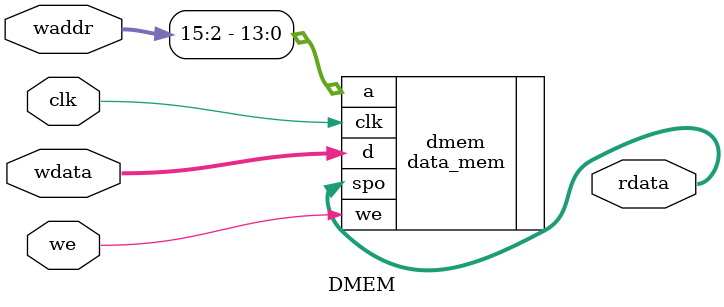
<source format=v>
`timescale 1ns / 1ps


module DMEM(
    input clk,
    input wire [31:0] waddr,
    input wire we,
    input wire [31:0] wdata,

    output wire [31:0] rdata
    );
    
    // wire [31:0] waddr_tmp = waddr - 16'h4000;

    // dram U_dram
    data_mem dmem(
        .clk (clk),
        // .a   (waddr_tmp[15:2]),
        .a   (waddr[15:2]),
        .spo (rdata),
        .we  (we),
        .d   (wdata)
    );
endmodule

</source>
